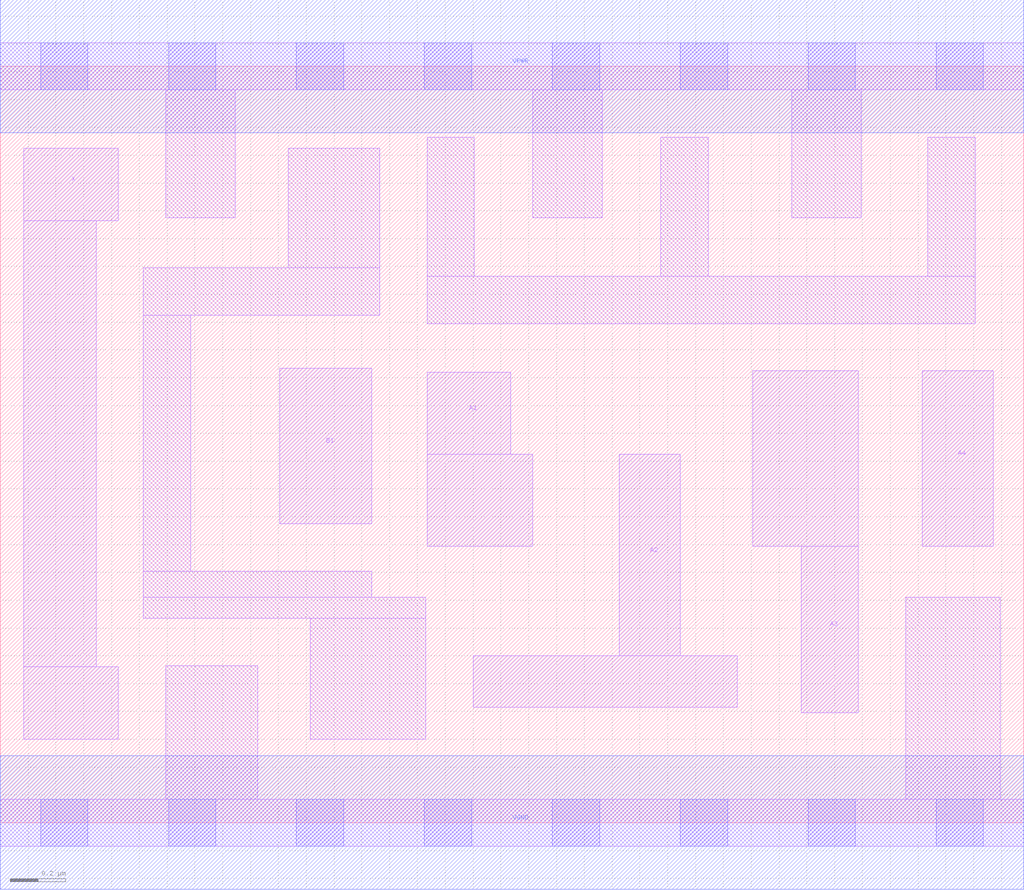
<source format=lef>
# Copyright 2020 The SkyWater PDK Authors
#
# Licensed under the Apache License, Version 2.0 (the "License");
# you may not use this file except in compliance with the License.
# You may obtain a copy of the License at
#
#     https://www.apache.org/licenses/LICENSE-2.0
#
# Unless required by applicable law or agreed to in writing, software
# distributed under the License is distributed on an "AS IS" BASIS,
# WITHOUT WARRANTIES OR CONDITIONS OF ANY KIND, either express or implied.
# See the License for the specific language governing permissions and
# limitations under the License.
#
# SPDX-License-Identifier: Apache-2.0

VERSION 5.7 ;
  NOWIREEXTENSIONATPIN ON ;
  DIVIDERCHAR "/" ;
  BUSBITCHARS "[]" ;
UNITS
  DATABASE MICRONS 200 ;
END UNITS
MACRO sky130_fd_sc_hd__a41o_1
  CLASS CORE ;
  FOREIGN sky130_fd_sc_hd__a41o_1 ;
  ORIGIN  0.000000  0.000000 ;
  SIZE  3.680000 BY  2.720000 ;
  SYMMETRY X Y R90 ;
  SITE unithd ;
  PIN A1
    ANTENNAGATEAREA  0.247500 ;
    DIRECTION INPUT ;
    USE SIGNAL ;
    PORT
      LAYER li1 ;
        RECT 1.535000 0.995000 1.915000 1.325000 ;
        RECT 1.535000 1.325000 1.835000 1.620000 ;
    END
  END A1
  PIN A2
    ANTENNAGATEAREA  0.247500 ;
    DIRECTION INPUT ;
    USE SIGNAL ;
    PORT
      LAYER li1 ;
        RECT 1.700000 0.415000 2.650000 0.600000 ;
        RECT 2.225000 0.600000 2.445000 1.325000 ;
    END
  END A2
  PIN A3
    ANTENNAGATEAREA  0.247500 ;
    DIRECTION INPUT ;
    USE SIGNAL ;
    PORT
      LAYER li1 ;
        RECT 2.705000 0.995000 3.085000 1.625000 ;
        RECT 2.880000 0.395000 3.085000 0.995000 ;
    END
  END A3
  PIN A4
    ANTENNAGATEAREA  0.247500 ;
    DIRECTION INPUT ;
    USE SIGNAL ;
    PORT
      LAYER li1 ;
        RECT 3.315000 0.995000 3.570000 1.625000 ;
    END
  END A4
  PIN B1
    ANTENNAGATEAREA  0.247500 ;
    DIRECTION INPUT ;
    USE SIGNAL ;
    PORT
      LAYER li1 ;
        RECT 1.005000 1.075000 1.335000 1.635000 ;
    END
  END B1
  PIN X
    ANTENNADIFFAREA  0.429000 ;
    DIRECTION OUTPUT ;
    USE SIGNAL ;
    PORT
      LAYER li1 ;
        RECT 0.085000 0.300000 0.425000 0.560000 ;
        RECT 0.085000 0.560000 0.345000 2.165000 ;
        RECT 0.085000 2.165000 0.425000 2.425000 ;
    END
  END X
  PIN VGND
    DIRECTION INOUT ;
    SHAPE ABUTMENT ;
    USE GROUND ;
    PORT
      LAYER met1 ;
        RECT 0.000000 -0.240000 3.680000 0.240000 ;
    END
  END VGND
  PIN VPWR
    DIRECTION INOUT ;
    SHAPE ABUTMENT ;
    USE POWER ;
    PORT
      LAYER met1 ;
        RECT 0.000000 2.480000 3.680000 2.960000 ;
    END
  END VPWR
  OBS
    LAYER li1 ;
      RECT 0.000000 -0.085000 3.680000 0.085000 ;
      RECT 0.000000  2.635000 3.680000 2.805000 ;
      RECT 0.515000  0.735000 1.530000 0.810000 ;
      RECT 0.515000  0.810000 1.335000 0.905000 ;
      RECT 0.515000  0.905000 0.685000 1.825000 ;
      RECT 0.515000  1.825000 1.365000 1.995000 ;
      RECT 0.595000  0.085000 0.925000 0.565000 ;
      RECT 0.595000  2.175000 0.845000 2.635000 ;
      RECT 1.035000  1.995000 1.365000 2.425000 ;
      RECT 1.115000  0.300000 1.530000 0.735000 ;
      RECT 1.535000  1.795000 3.505000 1.965000 ;
      RECT 1.535000  1.965000 1.705000 2.465000 ;
      RECT 1.915000  2.175000 2.165000 2.635000 ;
      RECT 2.375000  1.965000 2.545000 2.465000 ;
      RECT 2.845000  2.175000 3.095000 2.635000 ;
      RECT 3.255000  0.085000 3.595000 0.810000 ;
      RECT 3.335000  1.965000 3.505000 2.465000 ;
    LAYER mcon ;
      RECT 0.145000 -0.085000 0.315000 0.085000 ;
      RECT 0.145000  2.635000 0.315000 2.805000 ;
      RECT 0.605000 -0.085000 0.775000 0.085000 ;
      RECT 0.605000  2.635000 0.775000 2.805000 ;
      RECT 1.065000 -0.085000 1.235000 0.085000 ;
      RECT 1.065000  2.635000 1.235000 2.805000 ;
      RECT 1.525000 -0.085000 1.695000 0.085000 ;
      RECT 1.525000  2.635000 1.695000 2.805000 ;
      RECT 1.985000 -0.085000 2.155000 0.085000 ;
      RECT 1.985000  2.635000 2.155000 2.805000 ;
      RECT 2.445000 -0.085000 2.615000 0.085000 ;
      RECT 2.445000  2.635000 2.615000 2.805000 ;
      RECT 2.905000 -0.085000 3.075000 0.085000 ;
      RECT 2.905000  2.635000 3.075000 2.805000 ;
      RECT 3.365000 -0.085000 3.535000 0.085000 ;
      RECT 3.365000  2.635000 3.535000 2.805000 ;
  END
END sky130_fd_sc_hd__a41o_1
END LIBRARY

</source>
